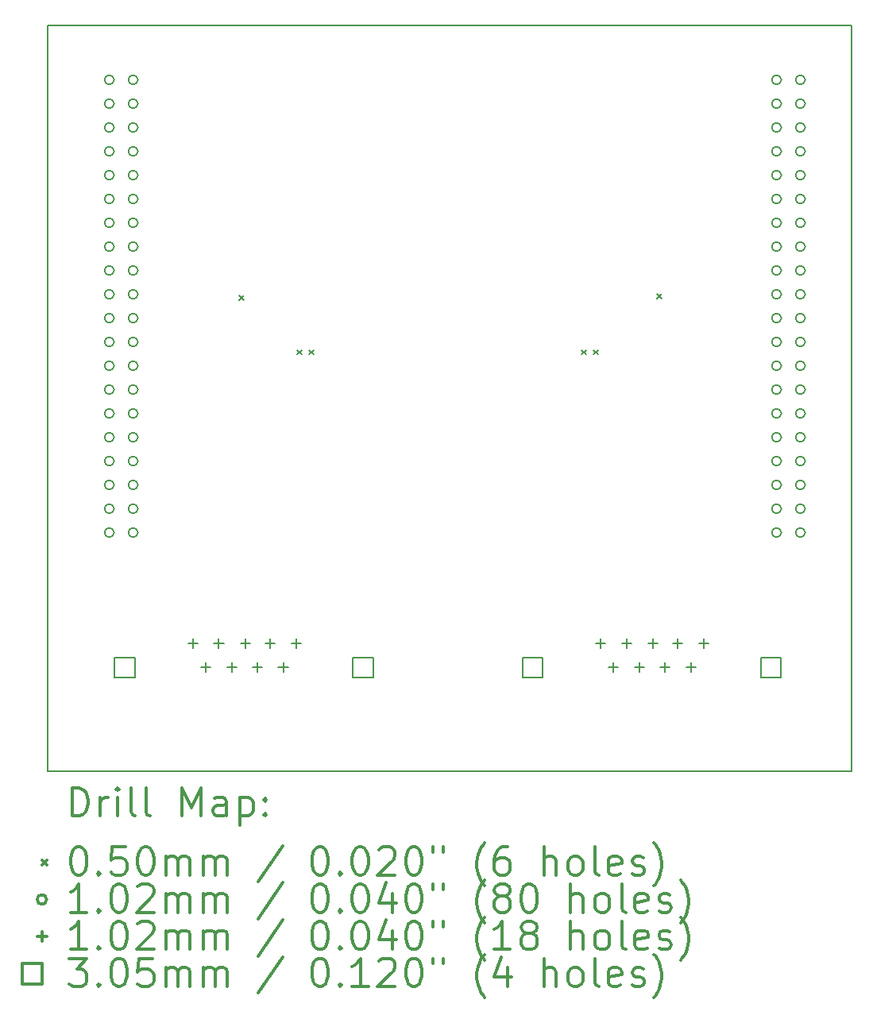
<source format=gbr>
%FSLAX45Y45*%
G04 Gerber Fmt 4.5, Leading zero omitted, Abs format (unit mm)*
G04 Created by KiCad (PCBNEW 4.0.7-e2-6376~58~ubuntu16.04.1) date Thu Oct 11 01:20:12 2018*
%MOMM*%
%LPD*%
G01*
G04 APERTURE LIST*
%ADD10C,0.127000*%
%ADD11C,0.150000*%
%ADD12C,0.200000*%
%ADD13C,0.300000*%
G04 APERTURE END LIST*
D10*
D11*
X15150000Y-13395000D02*
X6580000Y-13395000D01*
X6580000Y-13395000D02*
X6580000Y-5439500D01*
X15150000Y-5439500D02*
X15150000Y-13395000D01*
X6580000Y-5439500D02*
X15150000Y-5439500D01*
D12*
X8625000Y-8320000D02*
X8675000Y-8370000D01*
X8675000Y-8320000D02*
X8625000Y-8370000D01*
X9242300Y-8900000D02*
X9292300Y-8950000D01*
X9292300Y-8900000D02*
X9242300Y-8950000D01*
X9367700Y-8900000D02*
X9417700Y-8950000D01*
X9417700Y-8900000D02*
X9367700Y-8950000D01*
X12272300Y-8900000D02*
X12322300Y-8950000D01*
X12322300Y-8900000D02*
X12272300Y-8950000D01*
X12397700Y-8900000D02*
X12447700Y-8950000D01*
X12447700Y-8900000D02*
X12397700Y-8950000D01*
X13074288Y-8305000D02*
X13124288Y-8355000D01*
X13124288Y-8305000D02*
X13074288Y-8355000D01*
X7290800Y-6021000D02*
G75*
G03X7290800Y-6021000I-50800J0D01*
G01*
X7290800Y-6275000D02*
G75*
G03X7290800Y-6275000I-50800J0D01*
G01*
X7290800Y-6529000D02*
G75*
G03X7290800Y-6529000I-50800J0D01*
G01*
X7290800Y-6783000D02*
G75*
G03X7290800Y-6783000I-50800J0D01*
G01*
X7290800Y-7037000D02*
G75*
G03X7290800Y-7037000I-50800J0D01*
G01*
X7290800Y-7291000D02*
G75*
G03X7290800Y-7291000I-50800J0D01*
G01*
X7290800Y-7545000D02*
G75*
G03X7290800Y-7545000I-50800J0D01*
G01*
X7290800Y-7799000D02*
G75*
G03X7290800Y-7799000I-50800J0D01*
G01*
X7290800Y-8053000D02*
G75*
G03X7290800Y-8053000I-50800J0D01*
G01*
X7290800Y-8307000D02*
G75*
G03X7290800Y-8307000I-50800J0D01*
G01*
X7290800Y-8561000D02*
G75*
G03X7290800Y-8561000I-50800J0D01*
G01*
X7290800Y-8815000D02*
G75*
G03X7290800Y-8815000I-50800J0D01*
G01*
X7290800Y-9069000D02*
G75*
G03X7290800Y-9069000I-50800J0D01*
G01*
X7290800Y-9323000D02*
G75*
G03X7290800Y-9323000I-50800J0D01*
G01*
X7290800Y-9577000D02*
G75*
G03X7290800Y-9577000I-50800J0D01*
G01*
X7290800Y-9831000D02*
G75*
G03X7290800Y-9831000I-50800J0D01*
G01*
X7290800Y-10085000D02*
G75*
G03X7290800Y-10085000I-50800J0D01*
G01*
X7290800Y-10339000D02*
G75*
G03X7290800Y-10339000I-50800J0D01*
G01*
X7290800Y-10593000D02*
G75*
G03X7290800Y-10593000I-50800J0D01*
G01*
X7290800Y-10847000D02*
G75*
G03X7290800Y-10847000I-50800J0D01*
G01*
X7544800Y-6021000D02*
G75*
G03X7544800Y-6021000I-50800J0D01*
G01*
X7544800Y-6275000D02*
G75*
G03X7544800Y-6275000I-50800J0D01*
G01*
X7544800Y-6529000D02*
G75*
G03X7544800Y-6529000I-50800J0D01*
G01*
X7544800Y-6783000D02*
G75*
G03X7544800Y-6783000I-50800J0D01*
G01*
X7544800Y-7037000D02*
G75*
G03X7544800Y-7037000I-50800J0D01*
G01*
X7544800Y-7291000D02*
G75*
G03X7544800Y-7291000I-50800J0D01*
G01*
X7544800Y-7545000D02*
G75*
G03X7544800Y-7545000I-50800J0D01*
G01*
X7544800Y-7799000D02*
G75*
G03X7544800Y-7799000I-50800J0D01*
G01*
X7544800Y-8053000D02*
G75*
G03X7544800Y-8053000I-50800J0D01*
G01*
X7544800Y-8307000D02*
G75*
G03X7544800Y-8307000I-50800J0D01*
G01*
X7544800Y-8561000D02*
G75*
G03X7544800Y-8561000I-50800J0D01*
G01*
X7544800Y-8815000D02*
G75*
G03X7544800Y-8815000I-50800J0D01*
G01*
X7544800Y-9069000D02*
G75*
G03X7544800Y-9069000I-50800J0D01*
G01*
X7544800Y-9323000D02*
G75*
G03X7544800Y-9323000I-50800J0D01*
G01*
X7544800Y-9577000D02*
G75*
G03X7544800Y-9577000I-50800J0D01*
G01*
X7544800Y-9831000D02*
G75*
G03X7544800Y-9831000I-50800J0D01*
G01*
X7544800Y-10085000D02*
G75*
G03X7544800Y-10085000I-50800J0D01*
G01*
X7544800Y-10339000D02*
G75*
G03X7544800Y-10339000I-50800J0D01*
G01*
X7544800Y-10593000D02*
G75*
G03X7544800Y-10593000I-50800J0D01*
G01*
X7544800Y-10847000D02*
G75*
G03X7544800Y-10847000I-50800J0D01*
G01*
X14402800Y-6021000D02*
G75*
G03X14402800Y-6021000I-50800J0D01*
G01*
X14402800Y-6275000D02*
G75*
G03X14402800Y-6275000I-50800J0D01*
G01*
X14402800Y-6529000D02*
G75*
G03X14402800Y-6529000I-50800J0D01*
G01*
X14402800Y-6783000D02*
G75*
G03X14402800Y-6783000I-50800J0D01*
G01*
X14402800Y-7037000D02*
G75*
G03X14402800Y-7037000I-50800J0D01*
G01*
X14402800Y-7291000D02*
G75*
G03X14402800Y-7291000I-50800J0D01*
G01*
X14402800Y-7545000D02*
G75*
G03X14402800Y-7545000I-50800J0D01*
G01*
X14402800Y-7799000D02*
G75*
G03X14402800Y-7799000I-50800J0D01*
G01*
X14402800Y-8053000D02*
G75*
G03X14402800Y-8053000I-50800J0D01*
G01*
X14402800Y-8307000D02*
G75*
G03X14402800Y-8307000I-50800J0D01*
G01*
X14402800Y-8561000D02*
G75*
G03X14402800Y-8561000I-50800J0D01*
G01*
X14402800Y-8815000D02*
G75*
G03X14402800Y-8815000I-50800J0D01*
G01*
X14402800Y-9069000D02*
G75*
G03X14402800Y-9069000I-50800J0D01*
G01*
X14402800Y-9323000D02*
G75*
G03X14402800Y-9323000I-50800J0D01*
G01*
X14402800Y-9577000D02*
G75*
G03X14402800Y-9577000I-50800J0D01*
G01*
X14402800Y-9831000D02*
G75*
G03X14402800Y-9831000I-50800J0D01*
G01*
X14402800Y-10085000D02*
G75*
G03X14402800Y-10085000I-50800J0D01*
G01*
X14402800Y-10339000D02*
G75*
G03X14402800Y-10339000I-50800J0D01*
G01*
X14402800Y-10593000D02*
G75*
G03X14402800Y-10593000I-50800J0D01*
G01*
X14402800Y-10847000D02*
G75*
G03X14402800Y-10847000I-50800J0D01*
G01*
X14656800Y-6021000D02*
G75*
G03X14656800Y-6021000I-50800J0D01*
G01*
X14656800Y-6275000D02*
G75*
G03X14656800Y-6275000I-50800J0D01*
G01*
X14656800Y-6529000D02*
G75*
G03X14656800Y-6529000I-50800J0D01*
G01*
X14656800Y-6783000D02*
G75*
G03X14656800Y-6783000I-50800J0D01*
G01*
X14656800Y-7037000D02*
G75*
G03X14656800Y-7037000I-50800J0D01*
G01*
X14656800Y-7291000D02*
G75*
G03X14656800Y-7291000I-50800J0D01*
G01*
X14656800Y-7545000D02*
G75*
G03X14656800Y-7545000I-50800J0D01*
G01*
X14656800Y-7799000D02*
G75*
G03X14656800Y-7799000I-50800J0D01*
G01*
X14656800Y-8053000D02*
G75*
G03X14656800Y-8053000I-50800J0D01*
G01*
X14656800Y-8307000D02*
G75*
G03X14656800Y-8307000I-50800J0D01*
G01*
X14656800Y-8561000D02*
G75*
G03X14656800Y-8561000I-50800J0D01*
G01*
X14656800Y-8815000D02*
G75*
G03X14656800Y-8815000I-50800J0D01*
G01*
X14656800Y-9069000D02*
G75*
G03X14656800Y-9069000I-50800J0D01*
G01*
X14656800Y-9323000D02*
G75*
G03X14656800Y-9323000I-50800J0D01*
G01*
X14656800Y-9577000D02*
G75*
G03X14656800Y-9577000I-50800J0D01*
G01*
X14656800Y-9831000D02*
G75*
G03X14656800Y-9831000I-50800J0D01*
G01*
X14656800Y-10085000D02*
G75*
G03X14656800Y-10085000I-50800J0D01*
G01*
X14656800Y-10339000D02*
G75*
G03X14656800Y-10339000I-50800J0D01*
G01*
X14656800Y-10593000D02*
G75*
G03X14656800Y-10593000I-50800J0D01*
G01*
X14656800Y-10847000D02*
G75*
G03X14656800Y-10847000I-50800J0D01*
G01*
X8129000Y-11980000D02*
X8129000Y-12082000D01*
X8078000Y-12031000D02*
X8180000Y-12031000D01*
X8269000Y-12234000D02*
X8269000Y-12336000D01*
X8218000Y-12285000D02*
X8320000Y-12285000D01*
X8408000Y-11980000D02*
X8408000Y-12082000D01*
X8357000Y-12031000D02*
X8459000Y-12031000D01*
X8548000Y-12234000D02*
X8548000Y-12336000D01*
X8497000Y-12285000D02*
X8599000Y-12285000D01*
X8688000Y-11980000D02*
X8688000Y-12082000D01*
X8637000Y-12031000D02*
X8739000Y-12031000D01*
X8815000Y-12234000D02*
X8815000Y-12336000D01*
X8764000Y-12285000D02*
X8866000Y-12285000D01*
X8954000Y-11980000D02*
X8954000Y-12082000D01*
X8903000Y-12031000D02*
X9005000Y-12031000D01*
X9094000Y-12234000D02*
X9094000Y-12336000D01*
X9043000Y-12285000D02*
X9145000Y-12285000D01*
X9234000Y-11980000D02*
X9234000Y-12082000D01*
X9183000Y-12031000D02*
X9285000Y-12031000D01*
X12475000Y-11980000D02*
X12475000Y-12082000D01*
X12424000Y-12031000D02*
X12526000Y-12031000D01*
X12615000Y-12234000D02*
X12615000Y-12336000D01*
X12564000Y-12285000D02*
X12666000Y-12285000D01*
X12754000Y-11980000D02*
X12754000Y-12082000D01*
X12703000Y-12031000D02*
X12805000Y-12031000D01*
X12894000Y-12234000D02*
X12894000Y-12336000D01*
X12843000Y-12285000D02*
X12945000Y-12285000D01*
X13034000Y-11980000D02*
X13034000Y-12082000D01*
X12983000Y-12031000D02*
X13085000Y-12031000D01*
X13161000Y-12234000D02*
X13161000Y-12336000D01*
X13110000Y-12285000D02*
X13212000Y-12285000D01*
X13300000Y-11980000D02*
X13300000Y-12082000D01*
X13249000Y-12031000D02*
X13351000Y-12031000D01*
X13440000Y-12234000D02*
X13440000Y-12336000D01*
X13389000Y-12285000D02*
X13491000Y-12285000D01*
X13580000Y-11980000D02*
X13580000Y-12082000D01*
X13529000Y-12031000D02*
X13631000Y-12031000D01*
X7512835Y-12392835D02*
X7512835Y-12177165D01*
X7297165Y-12177165D01*
X7297165Y-12392835D01*
X7512835Y-12392835D01*
X10052835Y-12392835D02*
X10052835Y-12177165D01*
X9837165Y-12177165D01*
X9837165Y-12392835D01*
X10052835Y-12392835D01*
X11858835Y-12392835D02*
X11858835Y-12177165D01*
X11643165Y-12177165D01*
X11643165Y-12392835D01*
X11858835Y-12392835D01*
X14398835Y-12392835D02*
X14398835Y-12177165D01*
X14183165Y-12177165D01*
X14183165Y-12392835D01*
X14398835Y-12392835D01*
D13*
X6843928Y-13868214D02*
X6843928Y-13568214D01*
X6915357Y-13568214D01*
X6958214Y-13582500D01*
X6986786Y-13611071D01*
X7001071Y-13639643D01*
X7015357Y-13696786D01*
X7015357Y-13739643D01*
X7001071Y-13796786D01*
X6986786Y-13825357D01*
X6958214Y-13853929D01*
X6915357Y-13868214D01*
X6843928Y-13868214D01*
X7143928Y-13868214D02*
X7143928Y-13668214D01*
X7143928Y-13725357D02*
X7158214Y-13696786D01*
X7172500Y-13682500D01*
X7201071Y-13668214D01*
X7229643Y-13668214D01*
X7329643Y-13868214D02*
X7329643Y-13668214D01*
X7329643Y-13568214D02*
X7315357Y-13582500D01*
X7329643Y-13596786D01*
X7343928Y-13582500D01*
X7329643Y-13568214D01*
X7329643Y-13596786D01*
X7515357Y-13868214D02*
X7486786Y-13853929D01*
X7472500Y-13825357D01*
X7472500Y-13568214D01*
X7672500Y-13868214D02*
X7643928Y-13853929D01*
X7629643Y-13825357D01*
X7629643Y-13568214D01*
X8015357Y-13868214D02*
X8015357Y-13568214D01*
X8115357Y-13782500D01*
X8215357Y-13568214D01*
X8215357Y-13868214D01*
X8486786Y-13868214D02*
X8486786Y-13711071D01*
X8472500Y-13682500D01*
X8443929Y-13668214D01*
X8386786Y-13668214D01*
X8358214Y-13682500D01*
X8486786Y-13853929D02*
X8458214Y-13868214D01*
X8386786Y-13868214D01*
X8358214Y-13853929D01*
X8343928Y-13825357D01*
X8343928Y-13796786D01*
X8358214Y-13768214D01*
X8386786Y-13753929D01*
X8458214Y-13753929D01*
X8486786Y-13739643D01*
X8629643Y-13668214D02*
X8629643Y-13968214D01*
X8629643Y-13682500D02*
X8658214Y-13668214D01*
X8715357Y-13668214D01*
X8743929Y-13682500D01*
X8758214Y-13696786D01*
X8772500Y-13725357D01*
X8772500Y-13811071D01*
X8758214Y-13839643D01*
X8743929Y-13853929D01*
X8715357Y-13868214D01*
X8658214Y-13868214D01*
X8629643Y-13853929D01*
X8901071Y-13839643D02*
X8915357Y-13853929D01*
X8901071Y-13868214D01*
X8886786Y-13853929D01*
X8901071Y-13839643D01*
X8901071Y-13868214D01*
X8901071Y-13682500D02*
X8915357Y-13696786D01*
X8901071Y-13711071D01*
X8886786Y-13696786D01*
X8901071Y-13682500D01*
X8901071Y-13711071D01*
X6522500Y-14337500D02*
X6572500Y-14387500D01*
X6572500Y-14337500D02*
X6522500Y-14387500D01*
X6901071Y-14198214D02*
X6929643Y-14198214D01*
X6958214Y-14212500D01*
X6972500Y-14226786D01*
X6986786Y-14255357D01*
X7001071Y-14312500D01*
X7001071Y-14383929D01*
X6986786Y-14441071D01*
X6972500Y-14469643D01*
X6958214Y-14483929D01*
X6929643Y-14498214D01*
X6901071Y-14498214D01*
X6872500Y-14483929D01*
X6858214Y-14469643D01*
X6843928Y-14441071D01*
X6829643Y-14383929D01*
X6829643Y-14312500D01*
X6843928Y-14255357D01*
X6858214Y-14226786D01*
X6872500Y-14212500D01*
X6901071Y-14198214D01*
X7129643Y-14469643D02*
X7143928Y-14483929D01*
X7129643Y-14498214D01*
X7115357Y-14483929D01*
X7129643Y-14469643D01*
X7129643Y-14498214D01*
X7415357Y-14198214D02*
X7272500Y-14198214D01*
X7258214Y-14341071D01*
X7272500Y-14326786D01*
X7301071Y-14312500D01*
X7372500Y-14312500D01*
X7401071Y-14326786D01*
X7415357Y-14341071D01*
X7429643Y-14369643D01*
X7429643Y-14441071D01*
X7415357Y-14469643D01*
X7401071Y-14483929D01*
X7372500Y-14498214D01*
X7301071Y-14498214D01*
X7272500Y-14483929D01*
X7258214Y-14469643D01*
X7615357Y-14198214D02*
X7643928Y-14198214D01*
X7672500Y-14212500D01*
X7686786Y-14226786D01*
X7701071Y-14255357D01*
X7715357Y-14312500D01*
X7715357Y-14383929D01*
X7701071Y-14441071D01*
X7686786Y-14469643D01*
X7672500Y-14483929D01*
X7643928Y-14498214D01*
X7615357Y-14498214D01*
X7586786Y-14483929D01*
X7572500Y-14469643D01*
X7558214Y-14441071D01*
X7543928Y-14383929D01*
X7543928Y-14312500D01*
X7558214Y-14255357D01*
X7572500Y-14226786D01*
X7586786Y-14212500D01*
X7615357Y-14198214D01*
X7843928Y-14498214D02*
X7843928Y-14298214D01*
X7843928Y-14326786D02*
X7858214Y-14312500D01*
X7886786Y-14298214D01*
X7929643Y-14298214D01*
X7958214Y-14312500D01*
X7972500Y-14341071D01*
X7972500Y-14498214D01*
X7972500Y-14341071D02*
X7986786Y-14312500D01*
X8015357Y-14298214D01*
X8058214Y-14298214D01*
X8086786Y-14312500D01*
X8101071Y-14341071D01*
X8101071Y-14498214D01*
X8243928Y-14498214D02*
X8243928Y-14298214D01*
X8243928Y-14326786D02*
X8258214Y-14312500D01*
X8286786Y-14298214D01*
X8329643Y-14298214D01*
X8358214Y-14312500D01*
X8372500Y-14341071D01*
X8372500Y-14498214D01*
X8372500Y-14341071D02*
X8386786Y-14312500D01*
X8415357Y-14298214D01*
X8458214Y-14298214D01*
X8486786Y-14312500D01*
X8501071Y-14341071D01*
X8501071Y-14498214D01*
X9086786Y-14183929D02*
X8829643Y-14569643D01*
X9472500Y-14198214D02*
X9501071Y-14198214D01*
X9529643Y-14212500D01*
X9543928Y-14226786D01*
X9558214Y-14255357D01*
X9572500Y-14312500D01*
X9572500Y-14383929D01*
X9558214Y-14441071D01*
X9543928Y-14469643D01*
X9529643Y-14483929D01*
X9501071Y-14498214D01*
X9472500Y-14498214D01*
X9443928Y-14483929D01*
X9429643Y-14469643D01*
X9415357Y-14441071D01*
X9401071Y-14383929D01*
X9401071Y-14312500D01*
X9415357Y-14255357D01*
X9429643Y-14226786D01*
X9443928Y-14212500D01*
X9472500Y-14198214D01*
X9701071Y-14469643D02*
X9715357Y-14483929D01*
X9701071Y-14498214D01*
X9686786Y-14483929D01*
X9701071Y-14469643D01*
X9701071Y-14498214D01*
X9901071Y-14198214D02*
X9929643Y-14198214D01*
X9958214Y-14212500D01*
X9972500Y-14226786D01*
X9986786Y-14255357D01*
X10001071Y-14312500D01*
X10001071Y-14383929D01*
X9986786Y-14441071D01*
X9972500Y-14469643D01*
X9958214Y-14483929D01*
X9929643Y-14498214D01*
X9901071Y-14498214D01*
X9872500Y-14483929D01*
X9858214Y-14469643D01*
X9843928Y-14441071D01*
X9829643Y-14383929D01*
X9829643Y-14312500D01*
X9843928Y-14255357D01*
X9858214Y-14226786D01*
X9872500Y-14212500D01*
X9901071Y-14198214D01*
X10115357Y-14226786D02*
X10129643Y-14212500D01*
X10158214Y-14198214D01*
X10229643Y-14198214D01*
X10258214Y-14212500D01*
X10272500Y-14226786D01*
X10286786Y-14255357D01*
X10286786Y-14283929D01*
X10272500Y-14326786D01*
X10101071Y-14498214D01*
X10286786Y-14498214D01*
X10472500Y-14198214D02*
X10501071Y-14198214D01*
X10529643Y-14212500D01*
X10543928Y-14226786D01*
X10558214Y-14255357D01*
X10572500Y-14312500D01*
X10572500Y-14383929D01*
X10558214Y-14441071D01*
X10543928Y-14469643D01*
X10529643Y-14483929D01*
X10501071Y-14498214D01*
X10472500Y-14498214D01*
X10443928Y-14483929D01*
X10429643Y-14469643D01*
X10415357Y-14441071D01*
X10401071Y-14383929D01*
X10401071Y-14312500D01*
X10415357Y-14255357D01*
X10429643Y-14226786D01*
X10443928Y-14212500D01*
X10472500Y-14198214D01*
X10686786Y-14198214D02*
X10686786Y-14255357D01*
X10801071Y-14198214D02*
X10801071Y-14255357D01*
X11243928Y-14612500D02*
X11229643Y-14598214D01*
X11201071Y-14555357D01*
X11186785Y-14526786D01*
X11172500Y-14483929D01*
X11158214Y-14412500D01*
X11158214Y-14355357D01*
X11172500Y-14283929D01*
X11186785Y-14241071D01*
X11201071Y-14212500D01*
X11229643Y-14169643D01*
X11243928Y-14155357D01*
X11486785Y-14198214D02*
X11429643Y-14198214D01*
X11401071Y-14212500D01*
X11386785Y-14226786D01*
X11358214Y-14269643D01*
X11343928Y-14326786D01*
X11343928Y-14441071D01*
X11358214Y-14469643D01*
X11372500Y-14483929D01*
X11401071Y-14498214D01*
X11458214Y-14498214D01*
X11486785Y-14483929D01*
X11501071Y-14469643D01*
X11515357Y-14441071D01*
X11515357Y-14369643D01*
X11501071Y-14341071D01*
X11486785Y-14326786D01*
X11458214Y-14312500D01*
X11401071Y-14312500D01*
X11372500Y-14326786D01*
X11358214Y-14341071D01*
X11343928Y-14369643D01*
X11872500Y-14498214D02*
X11872500Y-14198214D01*
X12001071Y-14498214D02*
X12001071Y-14341071D01*
X11986785Y-14312500D01*
X11958214Y-14298214D01*
X11915357Y-14298214D01*
X11886785Y-14312500D01*
X11872500Y-14326786D01*
X12186785Y-14498214D02*
X12158214Y-14483929D01*
X12143928Y-14469643D01*
X12129643Y-14441071D01*
X12129643Y-14355357D01*
X12143928Y-14326786D01*
X12158214Y-14312500D01*
X12186785Y-14298214D01*
X12229643Y-14298214D01*
X12258214Y-14312500D01*
X12272500Y-14326786D01*
X12286785Y-14355357D01*
X12286785Y-14441071D01*
X12272500Y-14469643D01*
X12258214Y-14483929D01*
X12229643Y-14498214D01*
X12186785Y-14498214D01*
X12458214Y-14498214D02*
X12429643Y-14483929D01*
X12415357Y-14455357D01*
X12415357Y-14198214D01*
X12686786Y-14483929D02*
X12658214Y-14498214D01*
X12601071Y-14498214D01*
X12572500Y-14483929D01*
X12558214Y-14455357D01*
X12558214Y-14341071D01*
X12572500Y-14312500D01*
X12601071Y-14298214D01*
X12658214Y-14298214D01*
X12686786Y-14312500D01*
X12701071Y-14341071D01*
X12701071Y-14369643D01*
X12558214Y-14398214D01*
X12815357Y-14483929D02*
X12843928Y-14498214D01*
X12901071Y-14498214D01*
X12929643Y-14483929D01*
X12943928Y-14455357D01*
X12943928Y-14441071D01*
X12929643Y-14412500D01*
X12901071Y-14398214D01*
X12858214Y-14398214D01*
X12829643Y-14383929D01*
X12815357Y-14355357D01*
X12815357Y-14341071D01*
X12829643Y-14312500D01*
X12858214Y-14298214D01*
X12901071Y-14298214D01*
X12929643Y-14312500D01*
X13043928Y-14612500D02*
X13058214Y-14598214D01*
X13086786Y-14555357D01*
X13101071Y-14526786D01*
X13115357Y-14483929D01*
X13129643Y-14412500D01*
X13129643Y-14355357D01*
X13115357Y-14283929D01*
X13101071Y-14241071D01*
X13086786Y-14212500D01*
X13058214Y-14169643D01*
X13043928Y-14155357D01*
X6572500Y-14758500D02*
G75*
G03X6572500Y-14758500I-50800J0D01*
G01*
X7001071Y-14894214D02*
X6829643Y-14894214D01*
X6915357Y-14894214D02*
X6915357Y-14594214D01*
X6886786Y-14637071D01*
X6858214Y-14665643D01*
X6829643Y-14679929D01*
X7129643Y-14865643D02*
X7143928Y-14879929D01*
X7129643Y-14894214D01*
X7115357Y-14879929D01*
X7129643Y-14865643D01*
X7129643Y-14894214D01*
X7329643Y-14594214D02*
X7358214Y-14594214D01*
X7386786Y-14608500D01*
X7401071Y-14622786D01*
X7415357Y-14651357D01*
X7429643Y-14708500D01*
X7429643Y-14779929D01*
X7415357Y-14837071D01*
X7401071Y-14865643D01*
X7386786Y-14879929D01*
X7358214Y-14894214D01*
X7329643Y-14894214D01*
X7301071Y-14879929D01*
X7286786Y-14865643D01*
X7272500Y-14837071D01*
X7258214Y-14779929D01*
X7258214Y-14708500D01*
X7272500Y-14651357D01*
X7286786Y-14622786D01*
X7301071Y-14608500D01*
X7329643Y-14594214D01*
X7543928Y-14622786D02*
X7558214Y-14608500D01*
X7586786Y-14594214D01*
X7658214Y-14594214D01*
X7686786Y-14608500D01*
X7701071Y-14622786D01*
X7715357Y-14651357D01*
X7715357Y-14679929D01*
X7701071Y-14722786D01*
X7529643Y-14894214D01*
X7715357Y-14894214D01*
X7843928Y-14894214D02*
X7843928Y-14694214D01*
X7843928Y-14722786D02*
X7858214Y-14708500D01*
X7886786Y-14694214D01*
X7929643Y-14694214D01*
X7958214Y-14708500D01*
X7972500Y-14737071D01*
X7972500Y-14894214D01*
X7972500Y-14737071D02*
X7986786Y-14708500D01*
X8015357Y-14694214D01*
X8058214Y-14694214D01*
X8086786Y-14708500D01*
X8101071Y-14737071D01*
X8101071Y-14894214D01*
X8243928Y-14894214D02*
X8243928Y-14694214D01*
X8243928Y-14722786D02*
X8258214Y-14708500D01*
X8286786Y-14694214D01*
X8329643Y-14694214D01*
X8358214Y-14708500D01*
X8372500Y-14737071D01*
X8372500Y-14894214D01*
X8372500Y-14737071D02*
X8386786Y-14708500D01*
X8415357Y-14694214D01*
X8458214Y-14694214D01*
X8486786Y-14708500D01*
X8501071Y-14737071D01*
X8501071Y-14894214D01*
X9086786Y-14579929D02*
X8829643Y-14965643D01*
X9472500Y-14594214D02*
X9501071Y-14594214D01*
X9529643Y-14608500D01*
X9543928Y-14622786D01*
X9558214Y-14651357D01*
X9572500Y-14708500D01*
X9572500Y-14779929D01*
X9558214Y-14837071D01*
X9543928Y-14865643D01*
X9529643Y-14879929D01*
X9501071Y-14894214D01*
X9472500Y-14894214D01*
X9443928Y-14879929D01*
X9429643Y-14865643D01*
X9415357Y-14837071D01*
X9401071Y-14779929D01*
X9401071Y-14708500D01*
X9415357Y-14651357D01*
X9429643Y-14622786D01*
X9443928Y-14608500D01*
X9472500Y-14594214D01*
X9701071Y-14865643D02*
X9715357Y-14879929D01*
X9701071Y-14894214D01*
X9686786Y-14879929D01*
X9701071Y-14865643D01*
X9701071Y-14894214D01*
X9901071Y-14594214D02*
X9929643Y-14594214D01*
X9958214Y-14608500D01*
X9972500Y-14622786D01*
X9986786Y-14651357D01*
X10001071Y-14708500D01*
X10001071Y-14779929D01*
X9986786Y-14837071D01*
X9972500Y-14865643D01*
X9958214Y-14879929D01*
X9929643Y-14894214D01*
X9901071Y-14894214D01*
X9872500Y-14879929D01*
X9858214Y-14865643D01*
X9843928Y-14837071D01*
X9829643Y-14779929D01*
X9829643Y-14708500D01*
X9843928Y-14651357D01*
X9858214Y-14622786D01*
X9872500Y-14608500D01*
X9901071Y-14594214D01*
X10258214Y-14694214D02*
X10258214Y-14894214D01*
X10186786Y-14579929D02*
X10115357Y-14794214D01*
X10301071Y-14794214D01*
X10472500Y-14594214D02*
X10501071Y-14594214D01*
X10529643Y-14608500D01*
X10543928Y-14622786D01*
X10558214Y-14651357D01*
X10572500Y-14708500D01*
X10572500Y-14779929D01*
X10558214Y-14837071D01*
X10543928Y-14865643D01*
X10529643Y-14879929D01*
X10501071Y-14894214D01*
X10472500Y-14894214D01*
X10443928Y-14879929D01*
X10429643Y-14865643D01*
X10415357Y-14837071D01*
X10401071Y-14779929D01*
X10401071Y-14708500D01*
X10415357Y-14651357D01*
X10429643Y-14622786D01*
X10443928Y-14608500D01*
X10472500Y-14594214D01*
X10686786Y-14594214D02*
X10686786Y-14651357D01*
X10801071Y-14594214D02*
X10801071Y-14651357D01*
X11243928Y-15008500D02*
X11229643Y-14994214D01*
X11201071Y-14951357D01*
X11186785Y-14922786D01*
X11172500Y-14879929D01*
X11158214Y-14808500D01*
X11158214Y-14751357D01*
X11172500Y-14679929D01*
X11186785Y-14637071D01*
X11201071Y-14608500D01*
X11229643Y-14565643D01*
X11243928Y-14551357D01*
X11401071Y-14722786D02*
X11372500Y-14708500D01*
X11358214Y-14694214D01*
X11343928Y-14665643D01*
X11343928Y-14651357D01*
X11358214Y-14622786D01*
X11372500Y-14608500D01*
X11401071Y-14594214D01*
X11458214Y-14594214D01*
X11486785Y-14608500D01*
X11501071Y-14622786D01*
X11515357Y-14651357D01*
X11515357Y-14665643D01*
X11501071Y-14694214D01*
X11486785Y-14708500D01*
X11458214Y-14722786D01*
X11401071Y-14722786D01*
X11372500Y-14737071D01*
X11358214Y-14751357D01*
X11343928Y-14779929D01*
X11343928Y-14837071D01*
X11358214Y-14865643D01*
X11372500Y-14879929D01*
X11401071Y-14894214D01*
X11458214Y-14894214D01*
X11486785Y-14879929D01*
X11501071Y-14865643D01*
X11515357Y-14837071D01*
X11515357Y-14779929D01*
X11501071Y-14751357D01*
X11486785Y-14737071D01*
X11458214Y-14722786D01*
X11701071Y-14594214D02*
X11729643Y-14594214D01*
X11758214Y-14608500D01*
X11772500Y-14622786D01*
X11786785Y-14651357D01*
X11801071Y-14708500D01*
X11801071Y-14779929D01*
X11786785Y-14837071D01*
X11772500Y-14865643D01*
X11758214Y-14879929D01*
X11729643Y-14894214D01*
X11701071Y-14894214D01*
X11672500Y-14879929D01*
X11658214Y-14865643D01*
X11643928Y-14837071D01*
X11629643Y-14779929D01*
X11629643Y-14708500D01*
X11643928Y-14651357D01*
X11658214Y-14622786D01*
X11672500Y-14608500D01*
X11701071Y-14594214D01*
X12158214Y-14894214D02*
X12158214Y-14594214D01*
X12286785Y-14894214D02*
X12286785Y-14737071D01*
X12272500Y-14708500D01*
X12243928Y-14694214D01*
X12201071Y-14694214D01*
X12172500Y-14708500D01*
X12158214Y-14722786D01*
X12472500Y-14894214D02*
X12443928Y-14879929D01*
X12429643Y-14865643D01*
X12415357Y-14837071D01*
X12415357Y-14751357D01*
X12429643Y-14722786D01*
X12443928Y-14708500D01*
X12472500Y-14694214D01*
X12515357Y-14694214D01*
X12543928Y-14708500D01*
X12558214Y-14722786D01*
X12572500Y-14751357D01*
X12572500Y-14837071D01*
X12558214Y-14865643D01*
X12543928Y-14879929D01*
X12515357Y-14894214D01*
X12472500Y-14894214D01*
X12743928Y-14894214D02*
X12715357Y-14879929D01*
X12701071Y-14851357D01*
X12701071Y-14594214D01*
X12972500Y-14879929D02*
X12943928Y-14894214D01*
X12886786Y-14894214D01*
X12858214Y-14879929D01*
X12843928Y-14851357D01*
X12843928Y-14737071D01*
X12858214Y-14708500D01*
X12886786Y-14694214D01*
X12943928Y-14694214D01*
X12972500Y-14708500D01*
X12986786Y-14737071D01*
X12986786Y-14765643D01*
X12843928Y-14794214D01*
X13101071Y-14879929D02*
X13129643Y-14894214D01*
X13186786Y-14894214D01*
X13215357Y-14879929D01*
X13229643Y-14851357D01*
X13229643Y-14837071D01*
X13215357Y-14808500D01*
X13186786Y-14794214D01*
X13143928Y-14794214D01*
X13115357Y-14779929D01*
X13101071Y-14751357D01*
X13101071Y-14737071D01*
X13115357Y-14708500D01*
X13143928Y-14694214D01*
X13186786Y-14694214D01*
X13215357Y-14708500D01*
X13329643Y-15008500D02*
X13343928Y-14994214D01*
X13372500Y-14951357D01*
X13386786Y-14922786D01*
X13401071Y-14879929D01*
X13415357Y-14808500D01*
X13415357Y-14751357D01*
X13401071Y-14679929D01*
X13386786Y-14637071D01*
X13372500Y-14608500D01*
X13343928Y-14565643D01*
X13329643Y-14551357D01*
X6521500Y-15103500D02*
X6521500Y-15205500D01*
X6470500Y-15154500D02*
X6572500Y-15154500D01*
X7001071Y-15290214D02*
X6829643Y-15290214D01*
X6915357Y-15290214D02*
X6915357Y-14990214D01*
X6886786Y-15033071D01*
X6858214Y-15061643D01*
X6829643Y-15075929D01*
X7129643Y-15261643D02*
X7143928Y-15275929D01*
X7129643Y-15290214D01*
X7115357Y-15275929D01*
X7129643Y-15261643D01*
X7129643Y-15290214D01*
X7329643Y-14990214D02*
X7358214Y-14990214D01*
X7386786Y-15004500D01*
X7401071Y-15018786D01*
X7415357Y-15047357D01*
X7429643Y-15104500D01*
X7429643Y-15175929D01*
X7415357Y-15233071D01*
X7401071Y-15261643D01*
X7386786Y-15275929D01*
X7358214Y-15290214D01*
X7329643Y-15290214D01*
X7301071Y-15275929D01*
X7286786Y-15261643D01*
X7272500Y-15233071D01*
X7258214Y-15175929D01*
X7258214Y-15104500D01*
X7272500Y-15047357D01*
X7286786Y-15018786D01*
X7301071Y-15004500D01*
X7329643Y-14990214D01*
X7543928Y-15018786D02*
X7558214Y-15004500D01*
X7586786Y-14990214D01*
X7658214Y-14990214D01*
X7686786Y-15004500D01*
X7701071Y-15018786D01*
X7715357Y-15047357D01*
X7715357Y-15075929D01*
X7701071Y-15118786D01*
X7529643Y-15290214D01*
X7715357Y-15290214D01*
X7843928Y-15290214D02*
X7843928Y-15090214D01*
X7843928Y-15118786D02*
X7858214Y-15104500D01*
X7886786Y-15090214D01*
X7929643Y-15090214D01*
X7958214Y-15104500D01*
X7972500Y-15133071D01*
X7972500Y-15290214D01*
X7972500Y-15133071D02*
X7986786Y-15104500D01*
X8015357Y-15090214D01*
X8058214Y-15090214D01*
X8086786Y-15104500D01*
X8101071Y-15133071D01*
X8101071Y-15290214D01*
X8243928Y-15290214D02*
X8243928Y-15090214D01*
X8243928Y-15118786D02*
X8258214Y-15104500D01*
X8286786Y-15090214D01*
X8329643Y-15090214D01*
X8358214Y-15104500D01*
X8372500Y-15133071D01*
X8372500Y-15290214D01*
X8372500Y-15133071D02*
X8386786Y-15104500D01*
X8415357Y-15090214D01*
X8458214Y-15090214D01*
X8486786Y-15104500D01*
X8501071Y-15133071D01*
X8501071Y-15290214D01*
X9086786Y-14975929D02*
X8829643Y-15361643D01*
X9472500Y-14990214D02*
X9501071Y-14990214D01*
X9529643Y-15004500D01*
X9543928Y-15018786D01*
X9558214Y-15047357D01*
X9572500Y-15104500D01*
X9572500Y-15175929D01*
X9558214Y-15233071D01*
X9543928Y-15261643D01*
X9529643Y-15275929D01*
X9501071Y-15290214D01*
X9472500Y-15290214D01*
X9443928Y-15275929D01*
X9429643Y-15261643D01*
X9415357Y-15233071D01*
X9401071Y-15175929D01*
X9401071Y-15104500D01*
X9415357Y-15047357D01*
X9429643Y-15018786D01*
X9443928Y-15004500D01*
X9472500Y-14990214D01*
X9701071Y-15261643D02*
X9715357Y-15275929D01*
X9701071Y-15290214D01*
X9686786Y-15275929D01*
X9701071Y-15261643D01*
X9701071Y-15290214D01*
X9901071Y-14990214D02*
X9929643Y-14990214D01*
X9958214Y-15004500D01*
X9972500Y-15018786D01*
X9986786Y-15047357D01*
X10001071Y-15104500D01*
X10001071Y-15175929D01*
X9986786Y-15233071D01*
X9972500Y-15261643D01*
X9958214Y-15275929D01*
X9929643Y-15290214D01*
X9901071Y-15290214D01*
X9872500Y-15275929D01*
X9858214Y-15261643D01*
X9843928Y-15233071D01*
X9829643Y-15175929D01*
X9829643Y-15104500D01*
X9843928Y-15047357D01*
X9858214Y-15018786D01*
X9872500Y-15004500D01*
X9901071Y-14990214D01*
X10258214Y-15090214D02*
X10258214Y-15290214D01*
X10186786Y-14975929D02*
X10115357Y-15190214D01*
X10301071Y-15190214D01*
X10472500Y-14990214D02*
X10501071Y-14990214D01*
X10529643Y-15004500D01*
X10543928Y-15018786D01*
X10558214Y-15047357D01*
X10572500Y-15104500D01*
X10572500Y-15175929D01*
X10558214Y-15233071D01*
X10543928Y-15261643D01*
X10529643Y-15275929D01*
X10501071Y-15290214D01*
X10472500Y-15290214D01*
X10443928Y-15275929D01*
X10429643Y-15261643D01*
X10415357Y-15233071D01*
X10401071Y-15175929D01*
X10401071Y-15104500D01*
X10415357Y-15047357D01*
X10429643Y-15018786D01*
X10443928Y-15004500D01*
X10472500Y-14990214D01*
X10686786Y-14990214D02*
X10686786Y-15047357D01*
X10801071Y-14990214D02*
X10801071Y-15047357D01*
X11243928Y-15404500D02*
X11229643Y-15390214D01*
X11201071Y-15347357D01*
X11186785Y-15318786D01*
X11172500Y-15275929D01*
X11158214Y-15204500D01*
X11158214Y-15147357D01*
X11172500Y-15075929D01*
X11186785Y-15033071D01*
X11201071Y-15004500D01*
X11229643Y-14961643D01*
X11243928Y-14947357D01*
X11515357Y-15290214D02*
X11343928Y-15290214D01*
X11429643Y-15290214D02*
X11429643Y-14990214D01*
X11401071Y-15033071D01*
X11372500Y-15061643D01*
X11343928Y-15075929D01*
X11686785Y-15118786D02*
X11658214Y-15104500D01*
X11643928Y-15090214D01*
X11629643Y-15061643D01*
X11629643Y-15047357D01*
X11643928Y-15018786D01*
X11658214Y-15004500D01*
X11686785Y-14990214D01*
X11743928Y-14990214D01*
X11772500Y-15004500D01*
X11786785Y-15018786D01*
X11801071Y-15047357D01*
X11801071Y-15061643D01*
X11786785Y-15090214D01*
X11772500Y-15104500D01*
X11743928Y-15118786D01*
X11686785Y-15118786D01*
X11658214Y-15133071D01*
X11643928Y-15147357D01*
X11629643Y-15175929D01*
X11629643Y-15233071D01*
X11643928Y-15261643D01*
X11658214Y-15275929D01*
X11686785Y-15290214D01*
X11743928Y-15290214D01*
X11772500Y-15275929D01*
X11786785Y-15261643D01*
X11801071Y-15233071D01*
X11801071Y-15175929D01*
X11786785Y-15147357D01*
X11772500Y-15133071D01*
X11743928Y-15118786D01*
X12158214Y-15290214D02*
X12158214Y-14990214D01*
X12286785Y-15290214D02*
X12286785Y-15133071D01*
X12272500Y-15104500D01*
X12243928Y-15090214D01*
X12201071Y-15090214D01*
X12172500Y-15104500D01*
X12158214Y-15118786D01*
X12472500Y-15290214D02*
X12443928Y-15275929D01*
X12429643Y-15261643D01*
X12415357Y-15233071D01*
X12415357Y-15147357D01*
X12429643Y-15118786D01*
X12443928Y-15104500D01*
X12472500Y-15090214D01*
X12515357Y-15090214D01*
X12543928Y-15104500D01*
X12558214Y-15118786D01*
X12572500Y-15147357D01*
X12572500Y-15233071D01*
X12558214Y-15261643D01*
X12543928Y-15275929D01*
X12515357Y-15290214D01*
X12472500Y-15290214D01*
X12743928Y-15290214D02*
X12715357Y-15275929D01*
X12701071Y-15247357D01*
X12701071Y-14990214D01*
X12972500Y-15275929D02*
X12943928Y-15290214D01*
X12886786Y-15290214D01*
X12858214Y-15275929D01*
X12843928Y-15247357D01*
X12843928Y-15133071D01*
X12858214Y-15104500D01*
X12886786Y-15090214D01*
X12943928Y-15090214D01*
X12972500Y-15104500D01*
X12986786Y-15133071D01*
X12986786Y-15161643D01*
X12843928Y-15190214D01*
X13101071Y-15275929D02*
X13129643Y-15290214D01*
X13186786Y-15290214D01*
X13215357Y-15275929D01*
X13229643Y-15247357D01*
X13229643Y-15233071D01*
X13215357Y-15204500D01*
X13186786Y-15190214D01*
X13143928Y-15190214D01*
X13115357Y-15175929D01*
X13101071Y-15147357D01*
X13101071Y-15133071D01*
X13115357Y-15104500D01*
X13143928Y-15090214D01*
X13186786Y-15090214D01*
X13215357Y-15104500D01*
X13329643Y-15404500D02*
X13343928Y-15390214D01*
X13372500Y-15347357D01*
X13386786Y-15318786D01*
X13401071Y-15275929D01*
X13415357Y-15204500D01*
X13415357Y-15147357D01*
X13401071Y-15075929D01*
X13386786Y-15033071D01*
X13372500Y-15004500D01*
X13343928Y-14961643D01*
X13329643Y-14947357D01*
X6527835Y-15658335D02*
X6527835Y-15442665D01*
X6312165Y-15442665D01*
X6312165Y-15658335D01*
X6527835Y-15658335D01*
X6815357Y-15386214D02*
X7001071Y-15386214D01*
X6901071Y-15500500D01*
X6943928Y-15500500D01*
X6972500Y-15514786D01*
X6986786Y-15529071D01*
X7001071Y-15557643D01*
X7001071Y-15629071D01*
X6986786Y-15657643D01*
X6972500Y-15671929D01*
X6943928Y-15686214D01*
X6858214Y-15686214D01*
X6829643Y-15671929D01*
X6815357Y-15657643D01*
X7129643Y-15657643D02*
X7143928Y-15671929D01*
X7129643Y-15686214D01*
X7115357Y-15671929D01*
X7129643Y-15657643D01*
X7129643Y-15686214D01*
X7329643Y-15386214D02*
X7358214Y-15386214D01*
X7386786Y-15400500D01*
X7401071Y-15414786D01*
X7415357Y-15443357D01*
X7429643Y-15500500D01*
X7429643Y-15571929D01*
X7415357Y-15629071D01*
X7401071Y-15657643D01*
X7386786Y-15671929D01*
X7358214Y-15686214D01*
X7329643Y-15686214D01*
X7301071Y-15671929D01*
X7286786Y-15657643D01*
X7272500Y-15629071D01*
X7258214Y-15571929D01*
X7258214Y-15500500D01*
X7272500Y-15443357D01*
X7286786Y-15414786D01*
X7301071Y-15400500D01*
X7329643Y-15386214D01*
X7701071Y-15386214D02*
X7558214Y-15386214D01*
X7543928Y-15529071D01*
X7558214Y-15514786D01*
X7586786Y-15500500D01*
X7658214Y-15500500D01*
X7686786Y-15514786D01*
X7701071Y-15529071D01*
X7715357Y-15557643D01*
X7715357Y-15629071D01*
X7701071Y-15657643D01*
X7686786Y-15671929D01*
X7658214Y-15686214D01*
X7586786Y-15686214D01*
X7558214Y-15671929D01*
X7543928Y-15657643D01*
X7843928Y-15686214D02*
X7843928Y-15486214D01*
X7843928Y-15514786D02*
X7858214Y-15500500D01*
X7886786Y-15486214D01*
X7929643Y-15486214D01*
X7958214Y-15500500D01*
X7972500Y-15529071D01*
X7972500Y-15686214D01*
X7972500Y-15529071D02*
X7986786Y-15500500D01*
X8015357Y-15486214D01*
X8058214Y-15486214D01*
X8086786Y-15500500D01*
X8101071Y-15529071D01*
X8101071Y-15686214D01*
X8243928Y-15686214D02*
X8243928Y-15486214D01*
X8243928Y-15514786D02*
X8258214Y-15500500D01*
X8286786Y-15486214D01*
X8329643Y-15486214D01*
X8358214Y-15500500D01*
X8372500Y-15529071D01*
X8372500Y-15686214D01*
X8372500Y-15529071D02*
X8386786Y-15500500D01*
X8415357Y-15486214D01*
X8458214Y-15486214D01*
X8486786Y-15500500D01*
X8501071Y-15529071D01*
X8501071Y-15686214D01*
X9086786Y-15371929D02*
X8829643Y-15757643D01*
X9472500Y-15386214D02*
X9501071Y-15386214D01*
X9529643Y-15400500D01*
X9543928Y-15414786D01*
X9558214Y-15443357D01*
X9572500Y-15500500D01*
X9572500Y-15571929D01*
X9558214Y-15629071D01*
X9543928Y-15657643D01*
X9529643Y-15671929D01*
X9501071Y-15686214D01*
X9472500Y-15686214D01*
X9443928Y-15671929D01*
X9429643Y-15657643D01*
X9415357Y-15629071D01*
X9401071Y-15571929D01*
X9401071Y-15500500D01*
X9415357Y-15443357D01*
X9429643Y-15414786D01*
X9443928Y-15400500D01*
X9472500Y-15386214D01*
X9701071Y-15657643D02*
X9715357Y-15671929D01*
X9701071Y-15686214D01*
X9686786Y-15671929D01*
X9701071Y-15657643D01*
X9701071Y-15686214D01*
X10001071Y-15686214D02*
X9829643Y-15686214D01*
X9915357Y-15686214D02*
X9915357Y-15386214D01*
X9886786Y-15429071D01*
X9858214Y-15457643D01*
X9829643Y-15471929D01*
X10115357Y-15414786D02*
X10129643Y-15400500D01*
X10158214Y-15386214D01*
X10229643Y-15386214D01*
X10258214Y-15400500D01*
X10272500Y-15414786D01*
X10286786Y-15443357D01*
X10286786Y-15471929D01*
X10272500Y-15514786D01*
X10101071Y-15686214D01*
X10286786Y-15686214D01*
X10472500Y-15386214D02*
X10501071Y-15386214D01*
X10529643Y-15400500D01*
X10543928Y-15414786D01*
X10558214Y-15443357D01*
X10572500Y-15500500D01*
X10572500Y-15571929D01*
X10558214Y-15629071D01*
X10543928Y-15657643D01*
X10529643Y-15671929D01*
X10501071Y-15686214D01*
X10472500Y-15686214D01*
X10443928Y-15671929D01*
X10429643Y-15657643D01*
X10415357Y-15629071D01*
X10401071Y-15571929D01*
X10401071Y-15500500D01*
X10415357Y-15443357D01*
X10429643Y-15414786D01*
X10443928Y-15400500D01*
X10472500Y-15386214D01*
X10686786Y-15386214D02*
X10686786Y-15443357D01*
X10801071Y-15386214D02*
X10801071Y-15443357D01*
X11243928Y-15800500D02*
X11229643Y-15786214D01*
X11201071Y-15743357D01*
X11186785Y-15714786D01*
X11172500Y-15671929D01*
X11158214Y-15600500D01*
X11158214Y-15543357D01*
X11172500Y-15471929D01*
X11186785Y-15429071D01*
X11201071Y-15400500D01*
X11229643Y-15357643D01*
X11243928Y-15343357D01*
X11486785Y-15486214D02*
X11486785Y-15686214D01*
X11415357Y-15371929D02*
X11343928Y-15586214D01*
X11529643Y-15586214D01*
X11872500Y-15686214D02*
X11872500Y-15386214D01*
X12001071Y-15686214D02*
X12001071Y-15529071D01*
X11986785Y-15500500D01*
X11958214Y-15486214D01*
X11915357Y-15486214D01*
X11886785Y-15500500D01*
X11872500Y-15514786D01*
X12186785Y-15686214D02*
X12158214Y-15671929D01*
X12143928Y-15657643D01*
X12129643Y-15629071D01*
X12129643Y-15543357D01*
X12143928Y-15514786D01*
X12158214Y-15500500D01*
X12186785Y-15486214D01*
X12229643Y-15486214D01*
X12258214Y-15500500D01*
X12272500Y-15514786D01*
X12286785Y-15543357D01*
X12286785Y-15629071D01*
X12272500Y-15657643D01*
X12258214Y-15671929D01*
X12229643Y-15686214D01*
X12186785Y-15686214D01*
X12458214Y-15686214D02*
X12429643Y-15671929D01*
X12415357Y-15643357D01*
X12415357Y-15386214D01*
X12686786Y-15671929D02*
X12658214Y-15686214D01*
X12601071Y-15686214D01*
X12572500Y-15671929D01*
X12558214Y-15643357D01*
X12558214Y-15529071D01*
X12572500Y-15500500D01*
X12601071Y-15486214D01*
X12658214Y-15486214D01*
X12686786Y-15500500D01*
X12701071Y-15529071D01*
X12701071Y-15557643D01*
X12558214Y-15586214D01*
X12815357Y-15671929D02*
X12843928Y-15686214D01*
X12901071Y-15686214D01*
X12929643Y-15671929D01*
X12943928Y-15643357D01*
X12943928Y-15629071D01*
X12929643Y-15600500D01*
X12901071Y-15586214D01*
X12858214Y-15586214D01*
X12829643Y-15571929D01*
X12815357Y-15543357D01*
X12815357Y-15529071D01*
X12829643Y-15500500D01*
X12858214Y-15486214D01*
X12901071Y-15486214D01*
X12929643Y-15500500D01*
X13043928Y-15800500D02*
X13058214Y-15786214D01*
X13086786Y-15743357D01*
X13101071Y-15714786D01*
X13115357Y-15671929D01*
X13129643Y-15600500D01*
X13129643Y-15543357D01*
X13115357Y-15471929D01*
X13101071Y-15429071D01*
X13086786Y-15400500D01*
X13058214Y-15357643D01*
X13043928Y-15343357D01*
M02*

</source>
